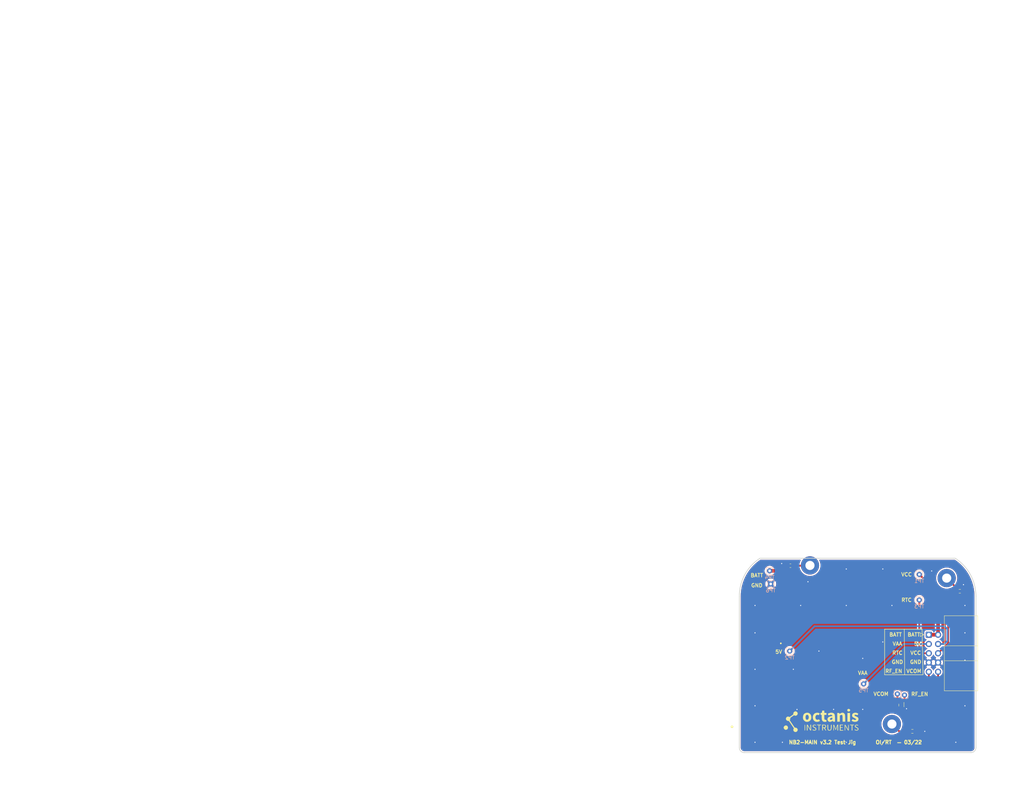
<source format=kicad_pcb>
(kicad_pcb (version 20211014) (generator pcbnew)
  (title_block (title "NB2-MAIN") (date "2022-01-30") (rev "3.2") (company "Octanis Instruments GmbH") (comment 1 "Design ready for production"))
  (layers (0 "F.Cu" signal) (31 "B.Cu" signal) (34 "B.Paste" user) (35 "F.Paste" user) (36 "B.SilkS" user "B.Silkscreen") (37 "F.SilkS" user "F.Silkscreen") (38 "B.Mask" user) (39 "F.Mask" user) (44 "Edge.Cuts" user))
  (net 0 "")
  (net 1 "GND")
  (net 2 "VAA")
  (net 3 "+BATT")
  (net 4 "/RF_EN")
  (net 5 "+5V")
  (net 6 "Net-(H1-Pad1)")
  (net 7 "Net-(H2-Pad1)")
  (net 8 "VCC")
  (net 9 "VCOM")
  (net 10 "Net-(H101-Pad1)")
  (net 11 "RTC_BAT")
  (footprint "MountingHole:MountingHole_2.5mm_Pad" (layer "F.Cu") (at 177.552422 71.526)
    (fp_text reference "H101" hide)
    (fp_text value "MountingHole_Pad")
    (pad "1" thru_hole circle locked (at 0 0) (size 5 5) (drill 2.5) (layers *.Cu *.Mask) (net 10 "Net-(H101-Pad1)"))
  )
  (footprint "Resistor_SMD:R_0603_1608Metric" (layer "F.Cu") (at 172.2 71.6 180)
    (fp_text reference "R102" hide)
    (fp_text value "47R")
    (fp_line (start -0.162779 -0.51) (end 0.162779 -0.51) (layer "F.SilkS") (width 0.12))
    (fp_line (start -0.162779 0.51) (end 0.162779 0.51) (layer "F.SilkS") (width 0.12))
    (pad "1" smd roundrect locked (at -0.7875 0 180) (size 0.875 0.95) (layers "F.Cu" "F.Paste" "F.Mask") (net 10 "Net-(H101-Pad1)"))
    (pad "2" smd roundrect locked (at 0.7875 0 180) (size 0.875 0.95) (layers "F.Cu" "F.Paste" "F.Mask") (net 1 "GND"))
  )
  (footprint "Package_TO_SOT_SMD:SOT-723" (layer "F.Cu") (at 202.6 109.8 -90)
    (fp_text reference "D101" hide)
    (fp_text value "ESD7205")
    (fp_line (start 0.3 0.7) (end -0.3 0.7) (layer "F.SilkS") (width 0.12))
    (fp_line (start -0.7 -0.7) (end -0.7 -0.7) (layer "F.SilkS") (width 0.12))
    (fp_line (start 0.5 -0.7) (end -0.7 -0.7) (layer "F.SilkS") (width 0.12))
    (pad "1" smd rect locked (at -0.575 -0.4 270) (size 0.45 0.4) (layers "F.Cu" "F.Paste" "F.Mask") (net 4 "/RF_EN"))
    (pad "2" smd rect locked (at -0.575 0.4 270) (size 0.45 0.4) (layers "F.Cu" "F.Paste" "F.Mask") (net 9 "VCOM"))
    (pad "3" smd rect locked (at 0.575 0 270) (size 0.45 0.5) (layers "F.Cu" "F.Paste" "F.Mask") (net 1 "GND"))
  )
  (footprint "lib_fp_global:oi_logo_small" (layer "F.Cu") (at 180.5 114)
    (fp_text reference "G101" hide)
    (fp_text value "LOGO" hide)
    (fp_poly (pts (xy 6.220833 -2.055812) (xy 6.425104 -1.914826) (xy 6.577453 -1.698522) (xy 6.614392 -1.612924) (xy 6.642071 -1.512712) (xy 6.662285 -1.380986) (xy 6.676834 -1.200848) (xy 6.687513 -0.955397) (xy 6.696121 -0.627735) (xy 6.697323 -0.5715) (xy 6.716739 0.3556) (xy 6.00109 0.3556) (xy 5.985045 -0.512197) (xy 5.978257 -0.831059) (xy 5.970222 -1.063643) (xy 5.959071 -1.225269) (xy 5.942936 -1.331257) (xy 5.919947 -1.396927) (xy 5.888235 -1.437599) (xy 5.87039 -1.451997) (xy 5.714085 -1.517433) (xy 5.537698 -1.492695) (xy 5.3975 -1.422957) (xy 5.2324 -1.322294) (xy 5.2324 0.3556) (xy 4.5212 0.3556) (xy 4.5212 -2.032) (xy 4.799632 -2.032) (xy 4.961561 -2.027678) (xy 5.049959 -2.007085) (xy 5.092778 -1.95878) (xy 5.109939 -1.905) (xy 5.139274 -1.810236) (xy 5.158331 -1.778) (xy 5.206719 -1.802599) (xy 5.315318 -1.866382) (xy 5.429383 -1.936228) (xy 5.71316 -2.068544) (xy 5.980247 -2.107728) (xy 6.220833 -2.055812)) (layer "F.SilkS") (width 0.01) (fill solid))
    (fp_poly (pts (xy -6.760543 -2.465115) (xy -6.580613 -2.36856) (xy -6.426771 -2.217256) (xy -6.331467 -2.045306) (xy -6.320516 -2.002692) (xy -6.321686 -1.775785) (xy -6.401318 -1.575607) (xy -6.541102 -1.416735) (xy -6.722732 -1.313751) (xy -6.927899 -1.281233) (xy -7.138294 -1.333763) (xy -7.151938 -1.340583) (xy -7.309202 -1.421908) (xy -7.839316 -1.053854) (xy -8.058 -0.900604) (xy -8.205549 -0.790927) (xy -8.294913 -0.711369) (xy -8.339043 -0.648477) (xy -8.35089 -0.588795) (xy -8.344945 -0.528564) (xy -8.354805 -0.350995) (xy -8.406308 -0.205314) (xy -8.492157 -0.0393) (xy -7.804662 0.992269) (xy -7.585106 1.31979) (xy -7.413209 1.570863) (xy -7.281812 1.75458) (xy -7.183757 1.880037) (xy -7.111882 1.956325) (xy -7.059031 1.992539) (xy -7.018042 1.997772) (xy -7.0138 1.996808) (xy -6.825629 1.995495) (xy -6.63316 2.070956) (xy -6.464922 2.203815) (xy -6.34944 2.374694) (xy -6.320516 2.467708) (xy -6.32164 2.692521) (xy -6.400331 2.890794) (xy -6.538134 3.048872) (xy -6.716592 3.153101) (xy -6.917252 3.189825) (xy -7.121657 3.145389) (xy -7.1882 3.1097) (xy -7.312194 3.020826) (xy -7.403688 2.937166) (xy -7.406559 2.933765) (xy -7.484745 2.769139) (xy -7.502399 2.565488) (xy -7.456769 2.367354) (xy -7.443293 2.338913) (xy -7.357444 2.172899) (xy -8.044939 1.14133) (xy -8.264495 0.813809) (xy -8.436392 0.562736) (xy -8.567789 0.379019) (xy -8.665844 0.253562) (xy -8.737719 0.177274) (xy -8.79057 0.14106) (xy -8.831559 0.135827) (xy -8.835801 0.136791) (xy -9.023972 0.138104) (xy -9.216441 0.062643) (xy -9.384679 -0.070216) (xy -9.500161 -0.241095) (xy -9.529085 -0.334109) (xy -9.527915 -0.561016) (xy -9.448283 -0.761194) (xy -9.308499 -0.920066) (xy -9.126869 -1.02305) (xy -8.921702 -1.055568) (xy -8.711307 -1.003038) (xy -8.697663 -0.996218) (xy -8.540399 -0.914893) (xy -8.008061 -1.282947) (xy -7.785286 -1.439563) (xy -7.635532 -1.55305) (xy -7.546379 -1.635258) (xy -7.50541 -1.698039) (xy -7.500206 -1.753242) (xy -7.502569 -1.7653) (xy -7.504045 -1.970988) (xy -7.425245 -2.164648) (xy -7.286078 -2.327503) (xy -7.106458 -2.440774) (xy -6.906294 -2.485683) (xy -6.760543 -2.465115)) (layer "F.SilkS") (width 0.01) (fill solid))
    (fp_poly (pts (xy -1.542222 1.184693) (xy -1.381075 1.24878) (xy -1.378623 1.250479) (xy -1.304926 1.332749) (xy -1.315425 1.392254) (xy -1.39275 1.403519) (xy -1.464407 1.376306) (xy -1.63442 1.321669) (xy -1.799439 1.327502) (xy -1.934474 1.384815) (xy -2.014535 1.484619) (xy -2.024125 1.577646) (xy -1.990586 1.659078) (xy -1.902462 1.737876) (xy -1.741318 1.829166) (xy -1.681954 1.858373) (xy -1.460222 1.976517) (xy -1.320024 2.08454) (xy -1.24525 2.2004) (xy -1.219792 2.342053) (xy -1.2192 2.374218) (xy -1.261001 2.57021) (xy -1.383143 2.706953) (xy -1.580742 2.780504) (xy -1.737591 2.792648) (xy -1.955752 2.77124) (xy -2.12684 2.715741) (xy -2.1463 2.704682) (xy -2.257383 2.611725) (xy -2.27943 2.541437) (xy -2.224774 2.509625) (xy -2.105746 2.532094) (xy -2.036015 2.563323) (xy -1.848674 2.627604) (xy -1.671836 2.633521) (xy -1.524329 2.589733) (xy -1.424979 2.504901) (xy -1.392614 2.387681) (xy -1.424495 2.282085) (xy -1.495584 2.209113) (xy -1.629062 2.115848) (xy -1.778879 2.031556) (xy -2.026401 1.878283) (xy -2.175354 1.719237) (xy -2.224933 1.556505) (xy -2.174332 1.392173) (xy -2.072607 1.271405) (xy -1.930693 1.197294) (xy -1.739663 1.167961) (xy -1.542222 1.184693)) (layer "F.SilkS") (width 0.01) (fill solid))
    (fp_poly (pts (xy -4.314406 1.18186) (xy -4.293647 1.23139) (xy -4.279839 1.33071) (xy -4.271695 1.493543) (xy -4.267928 1.73361) (xy -4.2672 1.9812) (xy -4.268462 2.290478) (xy -4.273106 2.5119) (xy -4.282417 2.659186) (xy -4.297683 2.74606) (xy -4.320189 2.786243) (xy -4.3434 2.794) (xy -4.372395 2.780539) (xy -4.393154 2.731009) (xy -4.406962 2.631689) (xy -4.415106 2.468856) (xy -4.418873 2.228789) (xy -4.4196 1.9812) (xy -4.418339 1.671921) (xy -4.413695 1.450499) (xy -4.404384 1.303213) (xy -4.389118 1.216339) (xy -4.366612 1.176156) (xy -4.3434 1.1684) (xy -4.314406 1.18186)) (layer "F.SilkS") (width 0.01) (fill solid))
    (fp_poly (pts (xy 8.0264 0.3556) (xy 7.3152 0.3556) (xy 7.3152 -2.032) (xy 8.0264 -2.032) (xy 8.0264 0.3556)) (layer "F.SilkS") (width 0.01) (fill solid))
    (fp_poly (pts (xy 9.890392 -2.041729) (xy 10.14534 -1.923762) (xy 10.240875 -1.855841) (xy 10.274899 -1.791121) (xy 10.245759 -1.705033) (xy 10.1518 -1.573009) (xy 10.118916 -1.531119) (xy 10.050213 -1.454665) (xy 9.98802 -1.44003) (xy 9.888882 -1.481275) (xy 9.860615 -1.4958) (xy 9.667223 -1.555619) (xy 9.484044 -1.564882) (xy 9.346591 -1.546739) (xy 9.280712 -1.506215) (xy 9.256435 -1.424223) (xy 9.255879 -1.41958) (xy 9.250476 -1.362253) (xy 9.259743 -1.317715) (xy 9.298408 -1.27554) (xy 9.381199 -1.225302) (xy 9.522846 -1.156575) (xy 9.738078 -1.058931) (xy 9.812888 -1.025281) (xy 10.060405 -0.893851) (xy 10.220918 -0.753545) (xy 10.308589 -0.586113) (xy 10.337582 -0.373302) (xy 10.3378 -0.34886) (xy 10.295376 -0.093785) (xy 10.165193 0.114635) (xy 9.96186 0.272736) (xy 9.776919 0.342023) (xy 9.534173 0.380996) (xy 9.273562 0.387059) (xy 9.035026 0.357616) (xy 8.961919 0.337717) (xy 8.786665 0.270124) (xy 8.622954 0.191507) (xy 8.599808 0.178348) (xy 8.445179 0.087007) (xy 8.59777 -0.129475) (xy 8.75036 -0.345957) (xy 8.980146 -0.223779) (xy 9.220162 -0.128811) (xy 9.435658 -0.10616) (xy 9.606368 -0.157571) (xy 9.622414 -0.168458) (xy 9.696831 -0.252598) (xy 9.688778 -0.341796) (xy 9.593814 -0.441672) (xy 9.407498 -0.557846) (xy 9.252669 -0.636433) (xy 8.974593 -0.782137) (xy 8.781736 -0.915342) (xy 8.661198 -1.049913) (xy 8.600079 -1.199718) (xy 8.5852 -1.353895) (xy 8.626056 -1.619435) (xy 8.750132 -1.827555) (xy 8.936224 -1.969817) (xy 9.237791 -2.079579) (xy 9.564779 -2.10321) (xy 9.890392 -2.041729)) (layer "F.SilkS") (width 0.01) (fill solid))
    (fp_poly (pts (xy 5.912649 1.171369) (xy 6.051584 1.182207) (xy 6.123766 1.203806) (xy 6.146558 1.239062) (xy 6.1468 1.2446) (xy 6.125887 1.286) (xy 6.050691 1.309695) (xy 5.902527 1.319689) (xy 5.7912 1.3208) (xy 5.4356 1.3208) (xy 5.4356 1.8796) (xy 5.7404 1.8796) (xy 5.917383 1.885452) (xy 6.012405 1.906197) (xy 6.044598 1.946618) (xy 6.0452 1.9558) (xy 6.021791 2.000045) (xy 5.938811 2.023801) (xy 5.777124 2.031849) (xy 5.7404 2.032) (xy 5.4356 2.032) (xy 5.4356 2.6416) (xy 5.8166 2.6416) (xy 6.017567 2.645591) (xy 6.135532 2.660016) (xy 6.18887 2.688548) (xy 6.1976 2.7178) (xy 6.180328 2.754123) (xy 6.117157 2.777111) (xy 5.991057 2.78945) (xy 5.784993 2.793832) (xy 5.715 2.794) (xy 5.2324 2.794) (xy 5.2324 1.1684) (xy 5.6896 1.1684) (xy 5.912649 1.171369)) (layer "F.SilkS") (width 0.01) (fill solid))
    (fp_poly (pts (xy -9.402143 1.395685) (xy -9.184241 1.510649) (xy -9.037174 1.681701) (xy -8.965667 1.887779) (xy -8.974442 2.107824) (xy -9.068222 2.320777) (xy -9.168492 2.437546) (xy -9.31627 2.5251) (xy -9.50342 2.570682) (xy -9.684625 2.56711) (xy -9.779 2.53431) (xy -9.987535 2.370604) (xy -10.116622 2.17534) (xy -10.158034 1.964684) (xy -10.135915 1.832942) (xy -10.029792 1.6364) (xy -9.864818 1.485138) (xy -9.667384 1.394881) (xy -9.463878 1.381354) (xy -9.402143 1.395685)) (layer "F.SilkS") (width 0.01) (fill solid))
    (fp_poly (pts (xy -0.736944 -2.079869) (xy -0.490163 -2.01097) (xy -0.36713 -1.939947) (xy -0.25166 -1.851998) (xy -0.562608 -1.429176) (xy -0.738504 -1.50267) (xy -0.946751 -1.542801) (xy -1.136328 -1.491994) (xy -1.294233 -1.360755) (xy -1.407465 -1.159588) (xy -1.461311 -0.918663) (xy -1.449946 -0.652409) (xy -1.369714 -0.432998) (xy -1.233838 -0.271633) (xy -1.055541 -0.17952) (xy -0.848044 -0.167861) (xy -0.652041 -0.232923) (xy -0.555234 -0.277136) (xy -0.487404 -0.277188) (xy -0.423996 -0.219551) (xy -0.340459 -0.090701) (xy -0.314146 -0.046772) (xy -0.205632 0.135057) (xy -0.413012 0.251611) (xy -0.65347 0.343417) (xy -0.93945 0.388576) (xy -1.225915 0.383451) (xy -1.441934 0.334723) (xy -1.712818 0.183463) (xy -1.92648 -0.03639) (xy -2.078909 -0.306875) (xy -2.166089 -0.61003) (xy -2.184007 -0.927894) (xy -2.128649 -1.242506) (xy -1.996001 -1.535904) (xy -1.891745 -1.678118) (xy -1.759958 -1.813398) (xy -1.624414 -1.924353) (xy -1.569006 -1.958797) (xy -1.307318 -2.054268) (xy -1.019646 -2.094463) (xy -0.736944 -2.079869)) (layer "F.SilkS") (width 0.01) (fill solid))
    (fp_poly (pts (xy 3.184814 -2.07731) (xy 3.447921 -1.990755) (xy 3.653044 -1.844171) (xy 3.709936 -1.775842) (xy 3.785493 -1.634742) (xy 3.841645 -1.444336) (xy 3.880166 -1.19227) (xy 3.902831 -0.86619) (xy 3.911413 -0.453743) (xy 3.9116 -0.371532) (xy 3.9116 0.36067) (xy 3.6195 0.345435) (xy 3.452433 0.332223) (xy 3.361606 0.307773) (xy 3.321662 0.261431) (xy 3.311166 0.2159) (xy 3.274061 0.119297) (xy 3.214272 0.111358) (xy 3.17173 0.157689) (xy 3.087745 0.228523) (xy 2.940002 0.302165) (xy 2.764898 0.364361) (xy 2.598832 0.400856) (xy 2.54 0.405094) (xy 2.371105 0.377917) (xy 2.206283 0.31087) (xy 2.19986 0.307035) (xy 1.997783 0.131958) (xy 1.878379 -0.083485) (xy 1.845733 -0.298668) (xy 2.521729 -0.298668) (xy 2.54178 -0.250674) (xy 2.632686 -0.177674) (xy 2.778707 -0.152263) (xy 2.944634 -0.175513) (xy 3.075187 -0.234443) (xy 3.158284 -0.310718) (xy 3.194405 -0.41904) (xy 3.2004 -0.539243) (xy 3.188381 -0.679161) (xy 3.141737 -0.75122) (xy 3.044591 -0.760831) (xy 2.881061 -0.713404) (xy 2.791071 -0.678702) (xy 2.617831 -0.575206) (xy 2.525068 -0.443407) (xy 2.521729 -0.298668) (xy 1.845733 -0.298668) (xy 1.842606 -0.319277) (xy 1.891425 -0.555403) (xy 2.025797 -0.771847) (xy 2.14289 -0.880158) (xy 2.31077 -0.975607) (xy 2.538416 -1.063886) (xy 2.784168 -1.131882) (xy 3.006366 -1.166483) (xy 3.058673 -1.168401) (xy 3.170339 -1.194826) (xy 3.196415 -1.268838) (xy 3.136423 -1.382542) (xy 3.075709 -1.45011) (xy 2.943408 -1.543099) (xy 2.787317 -1.568111) (xy 2.587205 -1.525654) (xy 2.433571 -1.46628) (xy 2.291533 -1.409559) (xy 2.19342 -1.378633) (xy 2.166275 -1.37738) (xy 2.118862 -1.449523) (xy 2.051928 -1.561738) (xy 1.985521 -1.678975) (xy 1.93969 -1.766186) (xy 1.9304 -1.789759) (xy 1.973011 -1.821595) (xy 2.084666 -1.88075) (xy 2.239436 -1.953613) (xy 2.561389 -2.061058) (xy 2.882909 -2.101517) (xy 3.184814 -2.07731)) (layer "F.SilkS") (width 0.01) (fill solid))
    (fp_poly (pts (xy 1.035004 1.186367) (xy 1.250215 1.244195) (xy 1.388178 1.347773) (xy 1.458145 1.502989) (xy 1.471584 1.6383) (xy 1.441374 1.816256) (xy 1.336901 1.959861) (xy 1.204214 2.0574) (xy 1.16788 2.093124) (xy 1.167502 2.149375) (xy 1.209234 2.246578) (xy 1.299228 2.405159) (xy 1.318999 2.4384) (xy 1.42339 2.628103) (xy 1.464483 2.744516) (xy 1.442824 2.793385) (xy 1.35896 2.780455) (xy 1.351226 2.777558) (xy 1.294911 2.722944) (xy 1.208792 2.602771) (xy 1.110164 2.441501) (xy 1.096415 2.417166) (xy 0.994746 2.243668) (xy 0.918702 2.142657) (xy 0.849332 2.095322) (xy 0.767682 2.082854) (xy 0.759513 2.0828) (xy 0.6096 2.0828) (xy 0.6096 2.4384) (xy 0.606858 2.625278) (xy 0.594497 2.732338) (xy 0.566309 2.781304) (xy 0.516087 2.7939) (xy 0.508 2.794) (xy 0.470009 2.789254) (xy 0.442892 2.76527) (xy 0.424819 2.707427) (xy 0.413963 2.601106) (xy 0.408497 2.431686) (xy 0.406593 2.184546) (xy 0.4064 1.9812) (xy 0.4064 1.3208) (xy 0.6096 1.3208) (xy 0.6096 1.9304) (xy 0.841539 1.9304) (xy 1.005913 1.919096) (xy 1.140406 1.890753) (xy 1.171739 1.877812) (xy 1.242734 1.803486) (xy 1.269137 1.666008) (xy 1.27 1.622555) (xy 1.259024 1.483661) (xy 1.213551 1.408722) (xy 1.139692 1.370342) (xy 1.000123 1.337078) (xy 0.830562 1.321057) (xy 0.809492 1.3208) (xy 0.6096 1.3208) (xy 0.4064 1.3208) (xy 0.4064 1.1684) (xy 0.733292 1.1684) (xy 1.035004 1.186367)) (layer "F.SilkS") (width 0.01) (fill solid))
    (fp_poly (pts (xy 9.96825 1.184886) (xy 10.117871 1.227093) (xy 10.230128 1.284142) (xy 10.281673 1.345151) (xy 10.268814 1.384705) (xy 10.190008 1.413284) (xy 10.082787 1.380382) (xy 9.882491 1.324037) (xy 9.708083 1.340189) (xy 9.584042 1.426292) (xy 9.579352 1.432743) (xy 9.535889 1.54739) (xy 9.576279 1.657654) (xy 9.706014 1.770916) (xy 9.918858 1.888903) (xy 10.165353 2.037167) (xy 10.313117 2.1943) (xy 10.361377 2.358318) (xy 10.309358 2.527241) (xy 10.214707 2.645507) (xy 10.099263 2.74125) (xy 9.976979 2.783898) (xy 9.821007 2.791966) (xy 9.641338 2.774732) (xy 9.480662 2.733837) (xy 9.4361 2.714143) (xy 9.324249 2.623474) (xy 9.297757 2.528236) (xy 9.328602 2.47393) (xy 9.385884 2.47938) (xy 9.481064 2.536404) (xy 9.487853 2.541663) (xy 9.639917 2.615232) (xy 9.820364 2.639985) (xy 9.987706 2.614713) (xy 10.082929 2.559013) (xy 10.141183 2.446333) (xy 10.150057 2.343113) (xy 10.123694 2.261354) (xy 10.052546 2.188164) (xy 9.91662 2.106504) (xy 9.809953 2.053226) (xy 9.636735 1.961285) (xy 9.495199 1.871007) (xy 9.416253 1.802216) (xy 9.34635 1.634263) (xy 9.362432 1.465467) (xy 9.451357 1.317274) (xy 9.599985 1.211131) (xy 9.795176 1.168482) (xy 9.804613 1.1684) (xy 9.96825 1.184886)) (layer "F.SilkS") (width 0.01) (fill solid))
    (fp_poly (pts (xy 8.816338 1.170435) (xy 8.98715 1.177918) (xy 9.088053 1.19291) (xy 9.134863 1.217476) (xy 9.144 1.2446) (xy 9.114082 1.294824) (xy 9.012358 1.317701) (xy 8.9154 1.3208) (xy 8.6868 1.3208) (xy 8.6868 2.0574) (xy 8.686092 2.344593) (xy 8.682558 2.545536) (xy 8.674081 2.675575) (xy 8.658544 2.750056) (xy 8.633831 2.784326) (xy 8.597824 2.793731) (xy 8.5852 2.794) (xy 8.545587 2.78887) (xy 8.51787 2.763249) (xy 8.499934 2.701791) (xy 8.489661 2.589149) (xy 8.484934 2.409976) (xy 8.483636 2.148925) (xy 8.4836 2.0574) (xy 8.4836 1.3208) (xy 8.2296 1.3208) (xy 8.069868 1.312642) (xy 7.991853 1.284399) (xy 7.9756 1.2446) (xy 7.991207 1.211138) (xy 8.048573 1.188858) (xy 8.163515 1.175697) (xy 8.35185 1.169591) (xy 8.5598 1.1684) (xy 8.816338 1.170435)) (layer "F.SilkS") (width 0.01) (fill solid))
    (fp_poly (pts (xy -2.709466 1.171954) (xy -2.680636 1.192367) (xy -2.661399 1.24426) (xy -2.649816 1.342256) (xy -2.643948 1.500976) (xy -2.641857 1.735044) (xy -2.6416 1.984733) (xy -2.642019 2.289022) (xy -2.644574 2.506044) (xy -2.651211 2.65013) (xy -2.663876 2.73561) (xy -2.684517 2.776819) (xy -2.715079 2.788086) (xy -2.750271 2.784833) (xy -2.814934 2.748505) (xy -2.901175 2.650135) (xy -3.015718 2.480491) (xy -3.165288 2.230345) (xy -3.206179 2.159) (xy -3.335994 1.931214) (xy -3.449728 1.73186) (xy -3.536908 1.579278) (xy -3.587063 1.491808) (xy -3.592808 1.481887) (xy -3.605823 1.504238) (xy -3.614468 1.612012) (xy -3.618182 1.789106) (xy -3.616401 2.019416) (xy -3.614516 2.104187) (xy -3.608056 2.38033) (xy -3.606666 2.570809) (xy -3.612395 2.691514) (xy -3.627291 2.758338) (xy -3.653401 2.787172) (xy -3.692774 2.793906) (xy -3.703416 2.794) (xy -3.743244 2.79016) (xy -3.771669 2.768878) (xy -3.790613 2.715503) (xy -3.801997 2.615389) (xy -3.807741 2.453886) (xy -3.809766 2.216347) (xy -3.81 1.9812) (xy -3.809627 1.677604) (xy -3.80713 1.460967) (xy -3.800449 1.316644) (xy -3.787521 1.229993) (xy -3.766284 1.186372) (xy -3.734676 1.171138) (xy -3.6957 1.169596) (xy -3.6423 1.185061) (xy -3.580635 1.23837) (xy -3.501964 1.341532) (xy -3.397545 1.506557) (xy -3.258637 1.745454) (xy -3.196466 1.855478) (xy -2.811531 2.540164) (xy -2.834792 1.854282) (xy -2.843552 1.579136) (xy -2.846589 1.389581) (xy -2.841928 1.26968) (xy -2.827595 1.203492) (xy -2.801615 1.175078) (xy -2.762014 1.1685) (xy -2.749827 1.1684) (xy -2.709466 1.171954)) (layer "F.SilkS") (width 0.01) (fill solid))
    (fp_poly (pts (xy 7.624584 1.182781) (xy 7.645002 1.23497) (xy 7.658576 1.338531) (xy 7.666553 1.50703) (xy 7.670181 1.754033) (xy 7.6708 1.9812) (xy 7.670093 2.285532) (xy 7.666828 2.502829) (xy 7.659287 2.647651) (xy 7.645752 2.734557) (xy 7.624505 2.778109) (xy 7.593828 2.792868) (xy 7.574902 2.794) (xy 7.518012 2.765211) (xy 7.436794 2.673428) (xy 7.325423 2.510528) (xy 7.178076 2.268385) (xy 7.092445 2.1209) (xy 6.705886 1.4478) (xy 6.705743 2.1209) (xy 6.704031 2.398938) (xy 6.697906 2.590318) (xy 6.685679 2.709944) (xy 6.665659 2.772721) (xy 6.636155 2.793553) (xy 6.6294 2.794) (xy 6.600405 2.780539) (xy 6.579646 2.731009) (xy 6.565838 2.631689) (xy 6.557694 2.468856) (xy 6.553927 2.228789) (xy 6.5532 1.9812) (xy 6.553969 1.676553) (xy 6.557385 1.458989) (xy 6.565108 1.313992) (xy 6.578798 1.22705) (xy 6.600117 1.183648) (xy 6.630724 1.169273) (xy 6.646196 1.1684) (xy 6.70386 1.200239) (xy 6.788159 1.300477) (xy 6.904047 1.47619) (xy 7.056477 1.734457) (xy 7.116096 1.839816) (xy 7.493 2.511232) (xy 7.507174 1.839816) (xy 7.514932 1.56034) (xy 7.525641 1.36796) (xy 7.541222 1.248179) (xy 7.563594 1.186499) (xy 7.594677 1.168421) (xy 7.596074 1.1684) (xy 7.624584 1.182781)) (layer "F.SilkS") (width 0.01) (fill solid))
    (fp_poly (pts (xy 4.7752 1.9812) (xy 4.774734 2.284865) (xy 4.772029 2.501586) (xy 4.765123 2.646019) (xy 4.752054 2.732818) (xy 4.73086 2.776641) (xy 4.69958 2.792142) (xy 4.666395 2.794) (xy 4.622883 2.790535) (xy 4.593618 2.769514) (xy 4.576679 2.714998) (xy 4.570146 2.611048) (xy 4.572098 2.441725) (xy 4.580615 2.19109) (xy 4.58376 2.1082) (xy 4.592485 1.857614) (xy 4.598185 1.648073) (xy 4.600479 1.498061) (xy 4.598988 1.426065) (xy 4.597882 1.4224) (xy 4.577502 1.467377) (xy 4.530403 1.590319) (xy 4.463282 1.773242) (xy 4.382834 1.998164) (xy 4.370055 2.034345) (xy 4.277626 2.282821) (xy 4.197014 2.473202) (xy 4.134293 2.59232) (xy 4.096437 2.627373) (xy 4.055718 2.574624) (xy 3.990955 2.446851) (xy 3.911971 2.264819) (xy 3.84899 2.104327) (xy 3.76645 1.886099) (xy 3.69396 1.696677) (xy 3.640953 1.560588) (xy 3.62039 1.509954) (xy 3.607538 1.523821) (xy 3.599017 1.623849) (xy 3.595376 1.794667) (xy 3.597164 2.020908) (xy 3.599084 2.106854) (xy 3.604976 2.385299) (xy 3.604894 2.577602) (xy 3.597418 2.699117) (xy 3.581131 2.765202) (xy 3.554612 2.791212) (xy 3.535584 2.794) (xy 3.504961 2.78316) (xy 3.483041 2.74126) (xy 3.468425 2.654223) (xy 3.459712 2.507978) (xy 3.455504 2.288448) (xy 3.4544 1.981561) (xy 3.4544 1.977666) (xy 3.454815 1.673377) (xy 3.457362 1.456355) (xy 3.46399 1.312269) (xy 3.476651 1.226784) (xy 3.497295 1.185571) (xy 3.527872 1.174294) (xy 3.563288 1.177566) (xy 3.615551 1.200559) (xy 3.667543 1.263056) (xy 3.726983 1.379922) (xy 3.80159 1.566022) (xy 3.885847 1.798653) (xy 4.099519 2.403507) (xy 4.317277 1.785953) (xy 4.409018 1.530633) (xy 4.477474 1.356645) (xy 4.530975 1.248768) (xy 4.577848 1.191777) (xy 4.626421 1.17045) (xy 4.655117 1.1684) (xy 4.7752 1.1684) (xy 4.7752 1.9812)) (layer "F.SilkS") (width 0.01) (fill solid))
    (fp_poly (pts (xy -3.382165 -2.055366) (xy -3.2258 -1.993897) (xy -2.943709 -1.801813) (xy -2.743628 -1.556524) (xy -2.622107 -1.251869) (xy -2.575695 -0.881685) (xy -2.575007 -0.831808) (xy -2.581334 -0.616561) (xy -2.609353 -0.456049) (xy -2.670178 -0.303958) (xy -2.727423 -0.196808) (xy -2.928608 0.064558) (xy -3.188584 0.256103) (xy -3.487779 0.370487) (xy -3.806622 0.400368) (xy -4.125545 0.338407) (xy -4.1402 0.333114) (xy -4.336126 0.223695) (xy -4.532292 0.05342) (xy -4.699406 -0.146783) (xy -4.808178 -0.345983) (xy -4.82119 -0.385952) (xy -4.874055 -0.71534) (xy -4.869435 -0.828097) (xy -4.1656 -0.828097) (xy -4.136641 -0.564149) (xy -4.057347 -0.358257) (xy -3.939093 -0.219016) (xy -3.793254 -0.15502) (xy -3.631205 -0.174864) (xy -3.464322 -0.287144) (xy -3.457968 -0.293418) (xy -3.336169 -0.481381) (xy -3.274347 -0.725807) (xy -3.277895 -0.997466) (xy -3.304027 -1.127546) (xy -3.398149 -1.359565) (xy -3.530075 -1.503745) (xy -3.693556 -1.556207) (xy -3.882338 -1.513076) (xy -3.906531 -1.501222) (xy -4.044141 -1.380309) (xy -4.129257 -1.183614) (xy -4.164347 -0.904727) (xy -4.1656 -0.828097) (xy -4.869435 -0.828097) (xy -4.860257 -1.05206) (xy -4.785345 -1.370276) (xy -4.654869 -1.644153) (xy -4.51453 -1.813676) (xy -4.273994 -1.97249) (xy -3.983993 -2.06866) (xy -3.676169 -2.09776) (xy -3.382165 -2.055366)) (layer "F.SilkS") (width 0.01) (fill solid))
    (fp_poly (pts (xy 0.975475 -2.3749) (xy 0.9906 -2.0574) (xy 1.5748 -2.02693) (xy 1.5748 -1.524) (xy 0.9652 -1.524) (xy 0.9652 -0.951104) (xy 0.970522 -0.646645) (xy 0.990669 -0.429416) (xy 1.031914 -0.285405) (xy 1.100526 -0.200601) (xy 1.202778 -0.160995) (xy 1.322712 -0.1524) (xy 1.458148 -0.141877) (xy 1.524874 -0.09963) (xy 1.548736 -0.0381) (xy 1.584978 0.151962) (xy 1.581716 0.268506) (xy 1.534825 0.333258) (xy 1.4732 0.359584) (xy 1.238791 0.39724) (xy 0.988521 0.390251) (xy 0.769818 0.341253) (xy 0.714811 0.317421) (xy 0.5577 0.216596) (xy 0.439321 0.086323) (xy 0.354874 -0.08751) (xy 0.299561 -0.319011) (xy 0.268584 -0.622291) (xy 0.257145 -1.011459) (xy 0.257028 -1.0287) (xy 0.254 -1.524) (xy 0.1016 -1.524) (xy 0.011382 -1.52955) (xy -0.033606 -1.56367) (xy -0.049089 -1.652569) (xy -0.0508 -1.778) (xy -0.0508 -2.032) (xy 0.122963 -2.032001) (xy 0.207091 -2.033445) (xy 0.262596 -2.050323) (xy 0.299767 -2.10145) (xy 0.32889 -2.205642) (xy 0.360253 -2.381716) (xy 0.379878 -2.5019) (xy 0.411003 -2.6924) (xy 0.960351 -2.6924) (xy 0.975475 -2.3749)) (layer "F.SilkS") (width 0.01) (fill solid))
    (fp_poly (pts (xy 2.945558 1.176737) (xy 2.97411 1.214414) (xy 2.98925 1.300425) (xy 2.994826 1.453767) (xy 2.994987 1.6383) (xy 2.982694 2.022816) (xy 2.946506 2.317301) (xy 2.881341 2.531565) (xy 2.782123 2.675421) (xy 2.64377 2.758678) (xy 2.461204 2.791148) (xy 2.397467 2.792455) (xy 2.23282 2.78019) (xy 2.099262 2.751138) (xy 2.06534 2.736467) (xy 1.967874 2.646471) (xy 1.898458 2.499316) (xy 1.854243 2.283173) (xy 1.832379 1.986213) (xy 1.8288 1.754231) (xy 1.829872 1.502814) (xy 1.835072 1.335824) (xy 1.847379 1.236097) (xy 1.869768 1.186467) (xy 1.905217 1.169767) (xy 1.9304 1.1684) (xy 1.972564 1.174183) (xy 2.001113 1.202537) (xy 2.018689 1.269965) (xy 2.027932 1.392973) (xy 2.031483 1.588065) (xy 2.032 1.8034) (xy 2.033571 2.072584) (xy 2.040068 2.259571) (xy 2.054163 2.383737) (xy 2.078528 2.464459) (xy 2.115837 2.521115) (xy 2.1336 2.54) (xy 2.280236 2.62384) (xy 2.454607 2.637943) (xy 2.61493 2.582709) (xy 2.671826 2.534829) (xy 2.713864 2.474439) (xy 2.743284 2.389279) (xy 2.763063 2.260051) (xy 2.776178 2.067458) (xy 2.785443 1.798229) (xy 2.793614 1.535387) (xy 2.803492 1.357676) (xy 2.818063 1.248637) (xy 2.840315 1.19181) (xy 2.873235 1.170733) (xy 2.899743 1.1684) (xy 2.945558 1.176737)) (layer "F.SilkS") (width 0.01) (fill solid))
    (fp_poly (pts (xy 7.742712 -3.141981) (xy 7.907991 -3.064001) (xy 7.952509 -3.02491) (xy 8.055955 -2.878944) (xy 8.062203 -2.733945) (xy 7.972004 -2.572368) (xy 7.971912 -2.572251) (xy 7.832203 -2.468846) (xy 7.653898 -2.433147) (xy 7.475953 -2.467229) (xy 7.366 -2.54) (xy 7.289523 -2.668148) (xy 7.2644 -2.794) (xy 7.306747 -2.963265) (xy 7.417185 -3.083255) (xy 7.570809 -3.145613) (xy 7.742712 -3.141981)) (layer "F.SilkS") (width 0.01) (fill solid))
    (fp_poly (pts (xy -0.22443 1.170609) (xy -0.05244 1.178525) (xy 0.048718 1.194075) (xy 0.094393 1.219189) (xy 0.1016 1.241816) (xy 0.062806 1.293625) (xy -0.060854 1.323679) (xy -0.1397 1.330716) (xy -0.381 1.3462) (xy -0.395095 2.0701) (xy -0.402425 2.361525) (xy -0.412333 2.565438) (xy -0.426549 2.695923) (xy -0.446802 2.767064) (xy -0.474821 2.792944) (xy -0.483995 2.794) (xy -0.513786 2.779089) (xy -0.534702 2.72491) (xy -0.548181 2.617291) (xy -0.555662 2.442064) (xy -0.558585 2.185057) (xy -0.5588 2.0574) (xy -0.5588 1.3208) (xy -0.8128 1.3208) (xy -0.972532 1.312642) (xy -1.050547 1.284399) (xy -1.0668 1.2446) (xy -1.051193 1.211138) (xy -0.993827 1.188858) (xy -0.878885 1.175697) (xy -0.69055 1.169591) (xy -0.4826 1.1684) (xy -0.22443 1.170609)) (layer "F.SilkS") (width 0.01) (fill solid))
  )
  (footprint "Resistor_SMD:R_0603_1608Metric" (layer "F.Cu") (at 218.6 78.6)
    (fp_text reference "R2" hide)
    (fp_text value "47R")
    (fp_line (start -0.237258 0.5225) (end 0.237258 0.5225) (layer "F.SilkS") (width 0.12))
    (fp_line (start -0.237258 -0.5225) (end 0.237258 -0.5225) (layer "F.SilkS") (width 0.12))
    (pad "1" smd roundrect (at -0.825 0) (size 0.8 0.95) (layers "F.Cu" "F.Paste" "F.Mask") (net 7 "Net-(H2-Pad1)"))
    (pad "2" smd roundrect (at 0.825 0) (size 0.8 0.95) (layers "F.Cu" "F.Paste" "F.Mask") (net 1 "GND"))
  )
  (footprint "MountingHole:MountingHole_2.5mm_Pad" (layer "F.Cu") (at 215 75)
    (fp_text reference "H2" hide)
    (fp_text value "MountingHole_Pad")
    (pad "1" thru_hole circle (at 0 0) (size 5 5) (drill 2.5) (layers *.Cu *.Mask) (net 7 "Net-(H2-Pad1)"))
  )
  (footprint "Connector_IDC:IDC-Header_2x05_P2.54mm_Horizontal" (layer "F.Cu") (at 210.1025 90.52)
    (fp_text reference "J1" hide)
    (fp_text value "Conn_02x05_Odd_Even")
    (fp_line (start 13.39 15.37) (end 4.27 15.37) (layer "F.SilkS") (width 0.12))
    (fp_line (start 4.27 3.03) (end 13.39 3.03) (layer "F.SilkS") (width 0.12))
    (fp_line (start 4.27 7.13) (end 13.39 7.13) (layer "F.SilkS") (width 0.12))
    (fp_line (start -1.35 0) (end -2.35 -0.5) (layer "F.SilkS") (width 0.12))
    (fp_line (start -2.35 -0.5) (end -2.35 0.5) (layer "F.SilkS") (width 0.12))
    (fp_line (start -2.35 0.5) (end -1.35 0) (layer "F.SilkS") (width 0.12))
    (fp_line (start 13.39 -5.21) (end 13.39 15.37) (layer "F.SilkS") (width 0.12))
    (fp_line (start 4.27 -5.21) (end 13.39 -5.21) (layer "F.SilkS") (width 0.12))
    (fp_line (start 4.27 15.37) (end 4.27 -5.21) (layer "F.SilkS") (width 0.12))
    (pad "1" thru_hole roundrect (at 0 0) (size 1.7 1.7) (drill 1) (layers *.Cu *.Mask) (roundrect_rratio 0.147059) (net 3 "+BATT"))
    (pad "2" thru_hole circle (at 2.54 0) (size 1.7 1.7) (drill 1) (layers *.Cu *.Mask) (net 3 "+BATT"))
    (pad "3" thru_hole circle (at 0 2.54) (size 1.7 1.7) (drill 1) (layers *.Cu *.Mask) (net 2 "VAA"))
    (pad "4" thru_hole circle (at 2.54 2.54) (size 1.7 1.7) (drill 1) (layers *.Cu *.Mask) (net 5 "+5V"))
    (pad "5" thru_hole circle (at 0 5.08) (size 1.7 1.7) (drill 1) (layers *.Cu *.Mask) (net 11 "RTC_BAT"))
    (pad "6" thru_hole circle (at 2.54 5.08) (size 1.7 1.7) (drill 1) (layers *.Cu *.Mask) (net 8 "VCC"))
    (pad "7" thru_hole circle (at 0 7.62) (size 1.7 1.7) (drill 1) (layers *.Cu *.Mask) (net 1 "GND"))
    (pad "8" thru_hole circle (at 2.54 7.62) (size 1.7 1.7) (drill 1) (layers *.Cu *.Mask) (net 1 "GND"))
    (pad "9" thru_hole circle (at 0 10.16) (size 1.7 1.7) (drill 1) (layers *.Cu *.Mask) (net 4 "/RF_EN"))
    (pad "10" thru_hole circle (at 2.54 10.16) (size 1.7 1.7) (drill 1) (layers *.Cu *.Mask) (net 9 "VCOM"))
  )
  (footprint "Resistor_SMD:R_0603_1608Metric" (layer "F.Cu") (at 205.6 117)
    (fp_text reference "R1" hide)
    (fp_text value "47R")
    (fp_line (start -0.237258 0.5225) (end 0.237258 0.5225) (layer "F.SilkS") (width 0.12))
    (fp_line (start -0.237258 -0.5225) (end 0.237258 -0.5225) (layer "F.SilkS") (width 0.12))
    (pad "1" smd roundrect (at -0.825 0) (size 0.8 0.95) (layers "F.Cu" "F.Paste" "F.Mask") (net 6 "Net-(H1-Pad1)"))
    (pad "2" smd roundrect (at 0.825 0) (size 0.8 0.95) (layers "F.Cu" "F.Paste" "F.Mask") (net 1 "GND"))
  )
  (footprint "MountingHole:MountingHole_2.5mm_Pad" (layer "F.Cu") (at 200 115)
    (fp_text reference "H1" hide)
    (fp_text value "MountingHole_Pad")
    (pad "1" thru_hole circle (at 0 0) (size 5 5) (drill 2.5) (layers *.Cu *.Mask) (net 6 "Net-(H1-Pad1)"))
  )
  (footprint "Connector_Pin:Pin_D0.7mm_L6.5mm_W1.8mm_FlatFork" (layer "B.Cu") (at 192.25 104 180)
    (fp_text reference "TP5" (at 0 -1.8) (layer "B.SilkS") (effects (justify mirror)))
    (fp_text value "VAA_test")
    (fp_line (start 0.9 0.95) (end -0.95 0.95) (layer "B.SilkS") (width 0.12))
    (fp_line (start 0.9 -0.95) (end 0.9 0.9) (layer "B.SilkS") (width 0.12))
    (fp_line (start 0.9 0.9) (end 0.9 0.95) (layer "B.SilkS") (width 0.12))
    (fp_line (start -0.95 0.95) (end -0.95 -0.95) (layer "B.SilkS") (width 0.12))
    (fp_line (start -0.95 -0.95) (end 0.9 -0.95) (layer "B.SilkS") (width 0.12))
    (pad "1" thru_hole circle locked (at 0 0 180) (size 1.4 1.4) (drill 0.7) (layers *.Cu *.Mask) (net 2 "VAA"))
  )
  (footprint "Connector_Pin:Pin_D0.7mm_L6.5mm_W1.8mm_FlatFork" (layer "B.Cu") (at 203.45 107.05 180)
    (fp_text reference "TP202" hide)
    (fp_text value "Vcom_test")
    (fp_line (start -0.95 -0.95) (end 0.9 -0.95) (layer "B.SilkS") (width 0.12))
    (fp_line (start 0.9 0.9) (end 0.9 0.95) (layer "B.SilkS") (width 0.12))
    (fp_line (start 0.9 0.95) (end -0.95 0.95) (layer "B.SilkS") (width 0.12))
    (fp_line (start -0.95 0.95) (end -0.95 -0.95) (layer "B.SilkS") (width 0.12))
    (fp_line (start 0.9 -0.95) (end 0.9 0.9) (layer "B.SilkS") (width 0.12))
    (pad "1" thru_hole circle locked (at 0 0 180) (size 1.4 1.4) (drill 0.7) (layers *.Cu *.Mask) (net 4 "/RF_EN"))
  )
  (footprint "Connector_Pin:Pin_D0.7mm_L6.5mm_W1.8mm_FlatFork" (layer "B.Cu") (at 207.5 81 180)
    (fp_text reference "TP3" (at 0 -1.8) (layer "B.SilkS") (effects (justify mirror)))
    (fp_text value "RTC_Test")
    (fp_line (start 0.9 -0.95) (end 0.9 0.9) (layer "B.SilkS") (width 0.12))
    (fp_line (start -0.95 -0.95) (end 0.9 -0.95) (layer "B.SilkS") (width 0.12))
    (fp_line (start 0.9 0.9) (end 0.9 0.95) (layer "B.SilkS") (width 0.12))
    (fp_line (start -0.95 0.95) (end -0.95 -0.95) (layer "B.SilkS") (width 0.12))
    (fp_line (start 0.9 0.95) (end -0.95 0.95) (layer "B.SilkS") (width 0.12))
    (pad "1" thru_hole circle locked (at 0 0 180) (size 1.4 1.4) (drill 0.7) (layers *.Cu *.Mask) (net 11 "RTC_BAT"))
  )
  (footprint "Connector_Pin:Pin_D0.7mm_L6.5mm_W1.8mm_FlatFork" (layer "B.Cu") (at 172 95 180)
    (fp_text reference "TP2" (at 0 -1.8) (layer "B.SilkS") (effects (justify mirror)))
    (fp_text value "5V_test")
    (fp_line (start 0.9 0.95) (end -0.95 0.95) (layer "B.SilkS") (width 0.12))
    (fp_line (start -0.95 0.95) (end -0.95 -0.95) (layer "B.SilkS") (width 0.12))
    (fp_line (start 0.9 0.9) (end 0.9 0.95) (layer "B.SilkS") (width 0.12))
    (fp_line (start -0.95 -0.95) (end 0.9 -0.95) (layer "B.SilkS") (width 0.12))
    (fp_line (start 0.9 -0.95) (end 0.9 0.9) (layer "B.SilkS") (width 0.12))
    (pad "1" thru_hole circle locked (at 0 0 180) (size 1.4 1.4) (drill 0.7) (layers *.Cu *.Mask) (net 5 "+5V"))
  )
  (footprint "Connector_Pin:Pin_D0.7mm_L6.5mm_W1.8mm_FlatFork" (layer "B.Cu") (at 166.8 76.6 180)
    (fp_text reference "TP6" (at 0 -1.8) (layer "B.SilkS") (effects (justify mirror)))
    (fp_text value "GND_test")
    (fp_line (start -0.95 0.95) (end -0.95 -0.95) (layer "B.SilkS") (width 0.12))
    (fp_line (start 0.9 0.9) (end 0.9 0.95) (layer "B.SilkS") (width 0.12))
    (fp_line (start -0.95 -0.95) (end 0.9 -0.95) (layer "B.SilkS") (width 0.12))
    (fp_line (start 0.9 -0.95) (end 0.9 0.9) (layer "B.SilkS") (width 0.12))
    (fp_line (start 0.9 0.95) (end -0.95 0.95) (layer "B.SilkS") (width 0.12))
    (pad "1" thru_hole circle locked (at 0 0 180) (size 1.4 1.4) (drill 0.7) (layers *.Cu *.Mask) (net 1 "GND"))
  )
  (footprint "Connector_Pin:Pin_D0.7mm_L6.5mm_W1.8mm_FlatFork" (layer "B.Cu") (at 166.5 73 180)
    (fp_text reference "TP4" (at 0 -1.8) (layer "B.SilkS") (effects (justify mirror)))
    (fp_text value "BATT_test")
    (fp_line (start 0.9 0.95) (end -0.95 0.95) (layer "B.SilkS") (width 0.12))
    (fp_line (start 0.9 -0.95) (end 0.9 0.9) (layer "B.SilkS") (width 0.12))
    (fp_line (start 0.9 0.9) (end 0.9 0.95) (layer "B.SilkS") (width 0.12))
    (fp_line (start -0.95 -0.95) (end 0.9 -0.95) (layer "B.SilkS") (width 0.12))
    (fp_line (start -0.95 0.95) (end -0.95 -0.95) (layer "B.SilkS") (width 0.12))
    (pad "1" thru_hole circle locked (at 0 0 180) (size 1.4 1.4) (drill 0.7) (layers *.Cu *.Mask) (net 3 "+BATT"))
  )
  (footprint "Connector_Pin:Pin_D0.7mm_L6.5mm_W1.8mm_FlatFork" (layer "B.Cu") (at 201.5 106.75 180)
    (fp_text reference "TP201" hide)
    (fp_text value "Vcom_test")
    (fp_line (start -0.95 -0.95) (end 0.9 -0.95) (layer "B.SilkS") (width 0.12))
    (fp_line (start -0.95 0.95) (end -0.95 -0.95) (layer "B.SilkS") (width 0.12))
    (fp_line (start 0.9 -0.95) (end 0.9 0.9) (layer "B.SilkS") (width 0.12))
    (fp_line (start 0.9 0.9) (end 0.9 0.95) (layer "B.SilkS") (width 0.12))
    (fp_line (start 0.9 0.95) (end -0.95 0.95) (layer "B.SilkS") (width 0.12))
    (pad "1" thru_hole circle locked (at 0 0 180) (size 1.4 1.4) (drill 0.7) (layers *.Cu *.Mask) (net 9 "VCOM"))
  )
  (footprint "Connector_Pin:Pin_D0.7mm_L6.5mm_W1.8mm_FlatFork" (layer "B.Cu") (at 207.5 74 180)
    (fp_text reference "TP1" (at 0 -1.8) (layer "B.SilkS") (effects (justify mirror)))
    (fp_text value "VCC_test")
    (fp_line (start -0.95 -0.95) (end 0.9 -0.95) (layer "B.SilkS") (width 0.12))
    (fp_line (start 0.9 0.9) (end 0.9 0.95) (layer "B.SilkS") (width 0.12))
    (fp_line (start 0.9 -0.95) (end 0.9 0.9) (layer "B.SilkS") (width 0.12))
    (fp_line (start -0.95 0.95) (end -0.95 -0.95) (layer "B.SilkS") (width 0.12))
    (fp_line (start 0.9 0.95) (end -0.95 0.95) (layer "B.SilkS") (width 0.12))
    (pad "1" thru_hole circle locked (at 0 0 180) (size 1.4 1.4) (drill 0.7) (layers *.Cu *.Mask) (net 8 "VCC"))
  )
  (gr_line (start 198 101.5) (end 208.5 101.5) (layer "F.SilkS") (width 0.15))
  (gr_line (start 203.37625 89) (end 203.5 101.5) (layer "F.SilkS") (width 0.15))
  (gr_line (start 208.2525 89) (end 198 89) (layer "F.SilkS") (width 0.15))
  (gr_line (start 198 89) (end 198 101.5) (layer "F.SilkS") (width 0.15))
  (gr_line (start 208.5 101.5) (end 208.2525 89) (layer "F.SilkS") (width 0.15))
  (gr_arc locked (start 158.204482 79.972578) (mid 159.706897 74.056889) (end 163.85 69.575) (layer "Edge.Cuts") (width 0.2))
  (gr_arc locked (start 217.35412 69.575) (mid 221.497223 74.056889) (end 222.999638 79.972578) (layer "Edge.Cuts") (width 0.2))
  (gr_line locked (start 222.999638 79.972578) (end 222.999638 121.472578) (layer "Edge.Cuts") (width 0.2))
  (gr_line locked (start 221.649638 122.822578) (end 159.554482 122.822578) (layer "Edge.Cuts") (width 0.2))
  (gr_arc locked (start 222.999638 121.472578) (mid 222.604232 122.427172) (end 221.649638 122.822578) (layer "Edge.Cuts") (width 0.2))
  (gr_line locked (start 158.204482 121.472578) (end 158.204482 79.972578) (layer "Edge.Cuts") (width 0.2))
  (gr_arc locked (start 159.554482 122.822578) (mid 158.599888 122.427172) (end 158.204482 121.472578) (layer "Edge.Cuts") (width 0.2))
  (gr_line locked (start 163.85 69.575) (end 217.35412 69.575) (layer "Edge.Cuts") (width 0.2))
  (gr_text "." (at 169.567 92.280621) (layer "F.SilkS") (effects (font (size 1.5 1.5) (thickness 0.3))))
  (gr_text "." (at 157 115.75 270) (layer "F.SilkS") (effects (font (size 2 2) (thickness 0.5))))
  (gr_text "NB2-MAIN v3.2 Test Jig	OI/RT  — 03/22" (at 190 120) (layer "F.SilkS") (effects (font (size 1 1) (thickness 0.25))))
  (gr_text "VAA" (at 192 101) (layer "F.SilkS") (effects (font (size 1 1) (thickness 0.2))))
  (gr_text "BATT" (at 201 90.5) (layer "F.SilkS") (effects (font (size 1 1) (thickness 0.2))))
  (gr_text "RTC" (at 201.5 95.5) (layer "F.SilkS") (effects (font (size 1 1) (thickness 0.2))))
  (gr_text "RTC" (at 204 81) (layer "F.SilkS") (effects (font (size 1 1) (thickness 0.2))))
  (gr_text "VCC" (at 204 74) (layer "F.SilkS") (effects (font (size 1 1) (thickness 0.2))))
  (gr_text "VCOM" (at 197 106.75) (layer "F.SilkS") (effects (font (size 1 1) (thickness 0.2))))
  (gr_text "VCC" (at 206.5 95.5) (layer "F.SilkS") (effects (font (size 1 1) (thickness 0.2))))
  (gr_text "RF_EN" (at 200.5 100.5) (layer "F.SilkS") (effects (font (size 1 1) (thickness 0.2))))
  (gr_text "GND" (at 163 77) (layer "F.SilkS") (effects (font (size 1 1) (thickness 0.2))))
  (gr_text "5V" (at 207 93) (layer "F.SilkS") (effects (font (size 1 1) (thickness 0.2))))
  (gr_text "5V" (at 169 95.2) (layer "F.SilkS") (effects (font (size 1 1) (thickness 0.2))))
  (gr_text "GND" (at 206.5 98) (layer "F.SilkS") (effects (font (size 1 1) (thickness 0.2))))
  (gr_text "VAA" (at 201.5 93) (layer "F.SilkS") (effects (font (size 1 1) (thickness 0.2))))
  (gr_text "RF_EN" (at 207.6 106.8) (layer "F.SilkS") (effects (font (size 1 1) (thickness 0.2))))
  (gr_text "BATT" (at 206 90.5) (layer "F.SilkS") (effects (font (size 1 1) (thickness 0.2))))
  (gr_text "BATT" (at 163 74.250999) (layer "F.SilkS") (effects (font (size 1 1) (thickness 0.2))))
  (gr_text "GND" (at 201.5 98) (layer "F.SilkS") (effects (font (size 1 1) (thickness 0.2))))
  (gr_text "VCOM" (at 206 100.5) (layer "F.SilkS") (effects (font (size 1 1) (thickness 0.2))))
  (segment (start 203.575 110.375) (end 204 110.8) (width 0.5) (layer "F.Cu") (net 1))
  (segment (start 219.425 78.6) (end 219.425 76.975) (width 0.5) (layer "F.Cu") (net 1))
  (segment (start 170.4 71.6) (end 169.8 71) (width 0.5) (layer "F.Cu") (net 1))
  (segment (start 171.4125 71.6) (end 170.4 71.6) (width 0.5) (layer "F.Cu") (net 1))
  (segment (start 206.425 117) (end 209 117) (width 0.5) (layer "F.Cu") (net 1))
  (segment (start 202.6 110.375) (end 203.575 110.375) (width 0.5) (layer "F.Cu") (net 1))
  (segment (start 219.425 76.975) (end 219.6 76.8) (width 0.5) (layer "F.Cu") (net 1))
  (via (at 162.5 90) (size 0.6) (drill 0.3) (layers "F.Cu" "B.Cu") (net 1))
  (via (at 162.5 110) (size 0.6) (drill 0.3) (layers "F.Cu" "B.Cu") (net 1))
  (via (at 220 82.5) (size 0.6) (drill 0.3) (layers "F.Cu" "B.Cu") (net 1))
  (via (at 187.5 82.5) (size 0.6) (drill 0.3) (layers "F.Cu" "B.Cu") (net 1))
  (via (at 162.5 82.5) (size 0.6) (drill 0.3) (layers "F.Cu" "B.Cu") (net 1))
  (via (at 220 97.5) (size 0.6) (drill 0.3) (layers "F.Cu" "B.Cu") (net 1))
  (via (at 180 95) (size 0.6) (drill 0.3) (layers "F.Cu" "B.Cu") (net 1))
  (via (at 187.5 72.5) (size 0.6) (drill 0.3) (layers "F.Cu" "B.Cu") (net 1))
  (via (at 220 90) (size 0.6) (drill 0.3) (layers "F.Cu" "B.Cu") (net 1))
  (via (at 200 82.5) (size 0.6) (drill 0.3) (layers "F.Cu" "B.Cu") (net 1))
  (via (at 192 97) (size 0.6) (drill 0.3) (layers "F.Cu" "B.Cu") (net 1))
  (via (at 210.892197 73.039577) (size 0.6) (drill 0.3) (layers "F.Cu" "B.Cu") (net 1))
  (via (at 170 120) (size 0.6) (drill 0.3) (layers "F.Cu" "B.Cu") (net 1))
  (via (at 204 110.8) (size 0.6) (drill 0.3) (layers "F.Cu" "B.Cu") (net 1))
  (via (at 169.8 71) (size 0.6) (drill 0.3) (layers "F.Cu" "B.Cu") (net 1))
  (via (at 175 82.5) (size 0.6) (drill 0.3) (layers "F.Cu" "B.Cu") (net 1))
  (via (at 187.5 120) (size 0.6) (drill 0.3) (layers "F.Cu" "B.Cu") (net 1))
  (via (at 207.5 120) (size 0.6) (drill 0.3) (layers "F.Cu" "B.Cu") (net 1))
  (via (at 219.6 76.8) (size 0.6) (drill 0.3) (layers "F.Cu" "B.Cu") (net 1))
  (via (at 177.5 120) (size 0.6) (drill 0.3) (layers "F.Cu" "B.Cu") (net 1))
  (via (at 184.024451 110.981051) (size 0.6) (drill 0.3) (layers "F.Cu" "B.Cu") (net 1))
  (via (at 192 110.981051) (size 0.6) (drill 0.3) (layers "F.Cu" "B.Cu") (net 1))
  (via (at 197.5 120) (size 0.6) (drill 0.3) (layers "F.Cu" "B.Cu") (net 1))
  (via (at 177 76) (size 0.6) (drill 0.3) (layers "F.Cu" "B.Cu") (net 1))
  (via (at 209 117) (size 0.6) (drill 0.3) (layers "F.Cu" "B.Cu") (net 1))
  (via (at 174 111) (size 0.6) (drill 0.3) (layers "F.Cu" "B.Cu") (net 1))
  (via (at 162.5 120) (size 0.6) (drill 0.3) (layers "F.Cu" "B.Cu") (net 1))
  (via (at 220 110) (size 0.6) (drill 0.3) (layers "F.Cu" "B.Cu") (net 1))
  (via (at 162.5 100) (size 0.6) (drill 0.3) (layers "F.Cu" "B.Cu") (net 1))
  (via (at 197.5 92.5) (size 0.6) (drill 0.3) (layers "F.Cu" "B.Cu") (net 1))
  (via (at 197.5 72.5) (size 0.6) (drill 0.3) (layers "F.Cu" "B.Cu") (net 1))
  (via (at 173 100) (size 0.6) (drill 0.3) (layers "F.Cu" "B.Cu") (net 1))
  (via (at 217.5 120) (size 0.6) (drill 0.3) (layers "F.Cu" "B.Cu") (net 1))
  (segment (start 210.1025 93.06) (end 203.19 93.06) (width 0.5) (layer "B.Cu") (net 2))
  (segment (start 203.19 93.06) (end 192.25 104) (width 0.5) (layer "B.Cu") (net 2))
  (segment (start 203.6 77.8) (end 208.4 77.8) (width 1) (layer "F.Cu") (net 3))
  (segment (start 202.8 78.6) (end 203.6 77.8) (width 1) (layer "F.Cu") (net 3))
  (segment (start 175.2 78.6) (end 202.8 78.6) (width 1) (layer "F.Cu") (net 3))
  (segment (start 212.6425 82.0425) (end 212.6425 90.52) (width 1) (layer "F.Cu") (net 3))
  (segment (start 169.6 73) (end 175.2 78.6) (width 1) (layer "F.Cu") (net 3))
  (segment (start 166.5 73) (end 169.6 73) (width 1) (layer "F.Cu") (net 3))
  (segment (start 208.4 77.8) (end 212.6425 82.0425) (width 1) (layer "F.Cu") (net 3))
  (segment (start 210.1025 90.52) (end 212.6425 90.52) (width 1) (layer "F.Cu") (net 3))
  (segment (start 207.975 109.225) (end 210.1025 107.0975) (width 0.5) (layer "F.Cu") (net 4))
  (segment (start 203 109.225) (end 207.975 109.225) (width 0.5) (layer "F.Cu") (net 4))
  (segment (start 210.1025 107.0975) (end 210.1025 100.68) (width 0.5) (layer "F.Cu") (net 4))
  (segment (start 203.45 108.775) (end 203 109.225) (width 0.5) (layer "F.Cu") (net 4))
  (segment (start 203.45 107.05) (end 203.45 108.775) (width 0.5) (layer "F.Cu") (net 4))
  (segment (start 215.2 89) (end 214.4 88.2) (width 0.5) (layer "B.Cu") (net 5))
  (segment (start 178.8 88.2) (end 172 95) (width 0.5) (layer "B.Cu") (net 5))
  (segment (start 215.2 92.2) (end 215.2 89) (width 0.5) (layer "B.Cu") (net 5))
  (segment (start 214.34 93.06) (end 215.2 92.2) (width 0.5) (layer "B.Cu") (net 5))
  (segment (start 212.6425 93.06) (end 214.34 93.06) (width 0.5) (layer "B.Cu") (net 5))
  (segment (start 214.4 88.2) (end 178.8 88.2) (width 0.5) (layer "B.Cu") (net 5))
  (segment (start 202 117) (end 200 115) (width 0.5) (layer "F.Cu") (net 6))
  (segment (start 204.775 117) (end 202 117) (width 0.5) (layer "F.Cu") (net 6))
  (segment (start 217.775 78.6) (end 217.775 77.775) (width 0.5) (layer "F.Cu") (net 7))
  (segment (start 217.775 77.775) (end 215 75) (width 0.5) (layer "F.Cu") (net 7))
  (segment (start 207.5 74) (end 215.4 81.9) (width 0.5) (layer "F.Cu") (net 8))
  (segment (start 215.4 92.8425) (end 212.6425 95.6) (width 0.5) (layer "F.Cu") (net 8))
  (segment (start 215.4 81.9) (end 215.4 92.8425) (width 0.5) (layer "F.Cu") (net 8))
  (segment (start 201.5 106.75) (end 201.5 108.525) (width 0.5) (layer "F.Cu") (net 9))
  (segment (start 201.6 109.6) (end 201.6 111.6) (width 0.5) (layer "F.Cu") (net 9))
  (segment (start 201.975 109.225) (end 201.6 109.6) (width 0.5) (layer "F.Cu") (net 9))
  (segment (start 202 112) (end 211 112) (width 0.5) (layer "F.Cu") (net 9))
  (segment (start 201.6 111.6) (end 202 112) (width 0.5) (layer "F.Cu") (net 9))
  (segment (start 201.5 108.525) (end 202.2 109.225) (width 0.5) (layer "F.Cu") (net 9))
  (segment (start 211 112) (end 212.6425 110.3575) (width 0.5) (layer "F.Cu") (net 9))
  (segment (start 202.2 109.225) (end 201.975 109.225) (width 0.5) (layer "F.Cu") (net 9))
  (segment (start 212.6425 110.3575) (end 212.6425 100.68) (width 0.5) (layer "F.Cu") (net 9))
  (segment (start 172.9875 71.6) (end 177.478422 71.6) (width 0.5) (layer "F.Cu") (net 10))
  (segment (start 177.478422 71.6) (end 177.552422 71.526) (width 0.5) (layer "F.Cu") (net 10))
  (segment (start 208 95.6) (end 210.1025 95.6) (width 0.5) (layer "F.Cu") (net 11))
  (segment (start 207.5 81) (end 207.5 95.1) (width 0.5) (layer "F.Cu") (net 11))
  (segment (start 207.5 95.1) (end 208 95.6) (width 0.5) (layer "F.Cu") (net 11))
  (zone (net 1) (net_name "GND") (layers F&B.Cu) (connect_pads (clearance 0.4)) (min_thickness 0.254) (fill yes (thermal_gap 0.508) (thermal_bridge_width 0.508))
    (polygon (pts (xy 236.2 130.4) (xy 147 130) (xy 152.6 63.8) (xy 224.8 60.8)))
  )
)
</source>
